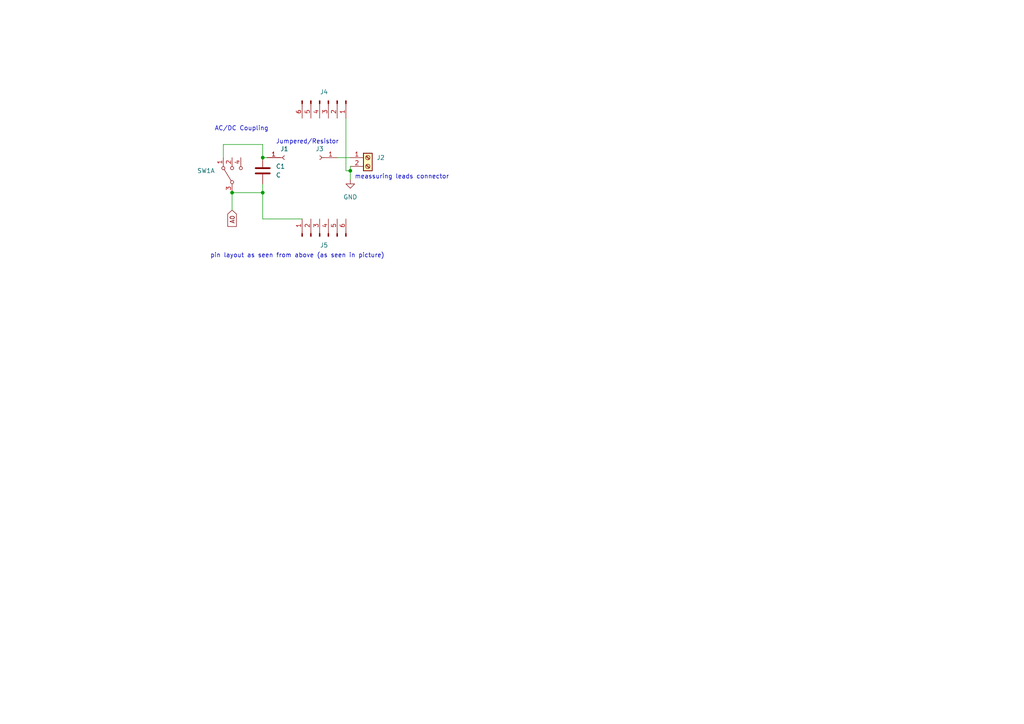
<source format=kicad_sch>
(kicad_sch (version 20230121) (generator eeschema)

  (uuid 4c67947b-0321-44b8-8186-52866de84070)

  (paper "A4")

  (lib_symbols
    (symbol "Connector:Conn_01x01_Socket" (pin_names (offset 1.016) hide) (in_bom yes) (on_board yes)
      (property "Reference" "J" (at 0 2.54 0)
        (effects (font (size 1.27 1.27)))
      )
      (property "Value" "Conn_01x01_Socket" (at 0 -2.54 0)
        (effects (font (size 1.27 1.27)))
      )
      (property "Footprint" "" (at 0 0 0)
        (effects (font (size 1.27 1.27)) hide)
      )
      (property "Datasheet" "~" (at 0 0 0)
        (effects (font (size 1.27 1.27)) hide)
      )
      (property "ki_locked" "" (at 0 0 0)
        (effects (font (size 1.27 1.27)))
      )
      (property "ki_keywords" "connector" (at 0 0 0)
        (effects (font (size 1.27 1.27)) hide)
      )
      (property "ki_description" "Generic connector, single row, 01x01, script generated" (at 0 0 0)
        (effects (font (size 1.27 1.27)) hide)
      )
      (property "ki_fp_filters" "Connector*:*_1x??_*" (at 0 0 0)
        (effects (font (size 1.27 1.27)) hide)
      )
      (symbol "Conn_01x01_Socket_1_1"
        (polyline
          (pts
            (xy -1.27 0)
            (xy -0.508 0)
          )
          (stroke (width 0.1524) (type default))
          (fill (type none))
        )
        (arc (start 0 0.508) (mid -0.5058 0) (end 0 -0.508)
          (stroke (width 0.1524) (type default))
          (fill (type none))
        )
        (pin passive line (at -5.08 0 0) (length 3.81)
          (name "Pin_1" (effects (font (size 1.27 1.27))))
          (number "1" (effects (font (size 1.27 1.27))))
        )
      )
    )
    (symbol "Connector:Conn_01x06_Pin" (pin_names (offset 1.016) hide) (in_bom yes) (on_board yes)
      (property "Reference" "J" (at 0 7.62 0)
        (effects (font (size 1.27 1.27)))
      )
      (property "Value" "Conn_01x06_Pin" (at 0 -10.16 0)
        (effects (font (size 1.27 1.27)))
      )
      (property "Footprint" "" (at 0 0 0)
        (effects (font (size 1.27 1.27)) hide)
      )
      (property "Datasheet" "~" (at 0 0 0)
        (effects (font (size 1.27 1.27)) hide)
      )
      (property "ki_locked" "" (at 0 0 0)
        (effects (font (size 1.27 1.27)))
      )
      (property "ki_keywords" "connector" (at 0 0 0)
        (effects (font (size 1.27 1.27)) hide)
      )
      (property "ki_description" "Generic connector, single row, 01x06, script generated" (at 0 0 0)
        (effects (font (size 1.27 1.27)) hide)
      )
      (property "ki_fp_filters" "Connector*:*_1x??_*" (at 0 0 0)
        (effects (font (size 1.27 1.27)) hide)
      )
      (symbol "Conn_01x06_Pin_1_1"
        (polyline
          (pts
            (xy 1.27 -7.62)
            (xy 0.8636 -7.62)
          )
          (stroke (width 0.1524) (type default))
          (fill (type none))
        )
        (polyline
          (pts
            (xy 1.27 -5.08)
            (xy 0.8636 -5.08)
          )
          (stroke (width 0.1524) (type default))
          (fill (type none))
        )
        (polyline
          (pts
            (xy 1.27 -2.54)
            (xy 0.8636 -2.54)
          )
          (stroke (width 0.1524) (type default))
          (fill (type none))
        )
        (polyline
          (pts
            (xy 1.27 0)
            (xy 0.8636 0)
          )
          (stroke (width 0.1524) (type default))
          (fill (type none))
        )
        (polyline
          (pts
            (xy 1.27 2.54)
            (xy 0.8636 2.54)
          )
          (stroke (width 0.1524) (type default))
          (fill (type none))
        )
        (polyline
          (pts
            (xy 1.27 5.08)
            (xy 0.8636 5.08)
          )
          (stroke (width 0.1524) (type default))
          (fill (type none))
        )
        (rectangle (start 0.8636 -7.493) (end 0 -7.747)
          (stroke (width 0.1524) (type default))
          (fill (type outline))
        )
        (rectangle (start 0.8636 -4.953) (end 0 -5.207)
          (stroke (width 0.1524) (type default))
          (fill (type outline))
        )
        (rectangle (start 0.8636 -2.413) (end 0 -2.667)
          (stroke (width 0.1524) (type default))
          (fill (type outline))
        )
        (rectangle (start 0.8636 0.127) (end 0 -0.127)
          (stroke (width 0.1524) (type default))
          (fill (type outline))
        )
        (rectangle (start 0.8636 2.667) (end 0 2.413)
          (stroke (width 0.1524) (type default))
          (fill (type outline))
        )
        (rectangle (start 0.8636 5.207) (end 0 4.953)
          (stroke (width 0.1524) (type default))
          (fill (type outline))
        )
        (pin passive line (at 5.08 5.08 180) (length 3.81)
          (name "Pin_1" (effects (font (size 1.27 1.27))))
          (number "1" (effects (font (size 1.27 1.27))))
        )
        (pin passive line (at 5.08 2.54 180) (length 3.81)
          (name "Pin_2" (effects (font (size 1.27 1.27))))
          (number "2" (effects (font (size 1.27 1.27))))
        )
        (pin passive line (at 5.08 0 180) (length 3.81)
          (name "Pin_3" (effects (font (size 1.27 1.27))))
          (number "3" (effects (font (size 1.27 1.27))))
        )
        (pin passive line (at 5.08 -2.54 180) (length 3.81)
          (name "Pin_4" (effects (font (size 1.27 1.27))))
          (number "4" (effects (font (size 1.27 1.27))))
        )
        (pin passive line (at 5.08 -5.08 180) (length 3.81)
          (name "Pin_5" (effects (font (size 1.27 1.27))))
          (number "5" (effects (font (size 1.27 1.27))))
        )
        (pin passive line (at 5.08 -7.62 180) (length 3.81)
          (name "Pin_6" (effects (font (size 1.27 1.27))))
          (number "6" (effects (font (size 1.27 1.27))))
        )
      )
    )
    (symbol "Connector:Screw_Terminal_01x02" (pin_names (offset 1.016) hide) (in_bom yes) (on_board yes)
      (property "Reference" "J" (at 0 2.54 0)
        (effects (font (size 1.27 1.27)))
      )
      (property "Value" "Screw_Terminal_01x02" (at 0 -5.08 0)
        (effects (font (size 1.27 1.27)))
      )
      (property "Footprint" "" (at 0 0 0)
        (effects (font (size 1.27 1.27)) hide)
      )
      (property "Datasheet" "~" (at 0 0 0)
        (effects (font (size 1.27 1.27)) hide)
      )
      (property "ki_keywords" "screw terminal" (at 0 0 0)
        (effects (font (size 1.27 1.27)) hide)
      )
      (property "ki_description" "Generic screw terminal, single row, 01x02, script generated (kicad-library-utils/schlib/autogen/connector/)" (at 0 0 0)
        (effects (font (size 1.27 1.27)) hide)
      )
      (property "ki_fp_filters" "TerminalBlock*:*" (at 0 0 0)
        (effects (font (size 1.27 1.27)) hide)
      )
      (symbol "Screw_Terminal_01x02_1_1"
        (rectangle (start -1.27 1.27) (end 1.27 -3.81)
          (stroke (width 0.254) (type default))
          (fill (type background))
        )
        (circle (center 0 -2.54) (radius 0.635)
          (stroke (width 0.1524) (type default))
          (fill (type none))
        )
        (polyline
          (pts
            (xy -0.5334 -2.2098)
            (xy 0.3302 -3.048)
          )
          (stroke (width 0.1524) (type default))
          (fill (type none))
        )
        (polyline
          (pts
            (xy -0.5334 0.3302)
            (xy 0.3302 -0.508)
          )
          (stroke (width 0.1524) (type default))
          (fill (type none))
        )
        (polyline
          (pts
            (xy -0.3556 -2.032)
            (xy 0.508 -2.8702)
          )
          (stroke (width 0.1524) (type default))
          (fill (type none))
        )
        (polyline
          (pts
            (xy -0.3556 0.508)
            (xy 0.508 -0.3302)
          )
          (stroke (width 0.1524) (type default))
          (fill (type none))
        )
        (circle (center 0 0) (radius 0.635)
          (stroke (width 0.1524) (type default))
          (fill (type none))
        )
        (pin passive line (at -5.08 0 0) (length 3.81)
          (name "Pin_1" (effects (font (size 1.27 1.27))))
          (number "1" (effects (font (size 1.27 1.27))))
        )
        (pin passive line (at -5.08 -2.54 0) (length 3.81)
          (name "Pin_2" (effects (font (size 1.27 1.27))))
          (number "2" (effects (font (size 1.27 1.27))))
        )
      )
    )
    (symbol "Device:C" (pin_numbers hide) (pin_names (offset 0.254)) (in_bom yes) (on_board yes)
      (property "Reference" "C" (at 0.635 2.54 0)
        (effects (font (size 1.27 1.27)) (justify left))
      )
      (property "Value" "C" (at 0.635 -2.54 0)
        (effects (font (size 1.27 1.27)) (justify left))
      )
      (property "Footprint" "" (at 0.9652 -3.81 0)
        (effects (font (size 1.27 1.27)) hide)
      )
      (property "Datasheet" "~" (at 0 0 0)
        (effects (font (size 1.27 1.27)) hide)
      )
      (property "ki_keywords" "cap capacitor" (at 0 0 0)
        (effects (font (size 1.27 1.27)) hide)
      )
      (property "ki_description" "Unpolarized capacitor" (at 0 0 0)
        (effects (font (size 1.27 1.27)) hide)
      )
      (property "ki_fp_filters" "C_*" (at 0 0 0)
        (effects (font (size 1.27 1.27)) hide)
      )
      (symbol "C_0_1"
        (polyline
          (pts
            (xy -2.032 -0.762)
            (xy 2.032 -0.762)
          )
          (stroke (width 0.508) (type default))
          (fill (type none))
        )
        (polyline
          (pts
            (xy -2.032 0.762)
            (xy 2.032 0.762)
          )
          (stroke (width 0.508) (type default))
          (fill (type none))
        )
      )
      (symbol "C_1_1"
        (pin passive line (at 0 3.81 270) (length 2.794)
          (name "~" (effects (font (size 1.27 1.27))))
          (number "1" (effects (font (size 1.27 1.27))))
        )
        (pin passive line (at 0 -3.81 90) (length 2.794)
          (name "~" (effects (font (size 1.27 1.27))))
          (number "2" (effects (font (size 1.27 1.27))))
        )
      )
    )
    (symbol "Switch:SW_DP3T" (pin_names (offset 0) hide) (in_bom yes) (on_board yes)
      (property "Reference" "SW" (at 0 5.08 0)
        (effects (font (size 1.27 1.27)))
      )
      (property "Value" "SW_DP3T" (at 0 -5.08 0)
        (effects (font (size 1.27 1.27)))
      )
      (property "Footprint" "" (at -15.875 4.445 0)
        (effects (font (size 1.27 1.27)) hide)
      )
      (property "Datasheet" "~" (at -15.875 4.445 0)
        (effects (font (size 1.27 1.27)) hide)
      )
      (property "ki_keywords" "switch dp3t ON-ON-ON" (at 0 0 0)
        (effects (font (size 1.27 1.27)) hide)
      )
      (property "ki_description" "Switch, three position, dual pole triple throw, 3 position switch, SP3T" (at 0 0 0)
        (effects (font (size 1.27 1.27)) hide)
      )
      (property "ki_fp_filters" "SW* DP3T*" (at 0 0 0)
        (effects (font (size 1.27 1.27)) hide)
      )
      (symbol "SW_DP3T_0_1"
        (circle (center -2.032 0) (radius 0.4572)
          (stroke (width 0) (type default))
          (fill (type none))
        )
        (polyline
          (pts
            (xy -1.651 0.254)
            (xy 1.651 2.286)
          )
          (stroke (width 0) (type default))
          (fill (type none))
        )
        (circle (center 2.032 -2.54) (radius 0.4572)
          (stroke (width 0) (type default))
          (fill (type none))
        )
        (circle (center 2.032 0) (radius 0.4572)
          (stroke (width 0) (type default))
          (fill (type none))
        )
        (circle (center 2.032 2.54) (radius 0.4572)
          (stroke (width 0) (type default))
          (fill (type none))
        )
      )
      (symbol "SW_DP3T_1_1"
        (pin passive line (at 5.08 2.54 180) (length 2.54)
          (name "1" (effects (font (size 1.27 1.27))))
          (number "1" (effects (font (size 1.27 1.27))))
        )
        (pin passive line (at 5.08 0 180) (length 2.54)
          (name "2" (effects (font (size 1.27 1.27))))
          (number "2" (effects (font (size 1.27 1.27))))
        )
        (pin passive line (at -5.08 0 0) (length 2.54)
          (name "3" (effects (font (size 1.27 1.27))))
          (number "3" (effects (font (size 1.27 1.27))))
        )
        (pin passive line (at 5.08 -2.54 180) (length 2.54)
          (name "4" (effects (font (size 1.27 1.27))))
          (number "4" (effects (font (size 1.27 1.27))))
        )
      )
      (symbol "SW_DP3T_2_1"
        (pin passive line (at 5.08 2.54 180) (length 2.54)
          (name "5" (effects (font (size 1.27 1.27))))
          (number "5" (effects (font (size 1.27 1.27))))
        )
        (pin passive line (at 5.08 0 180) (length 2.54)
          (name "6" (effects (font (size 1.27 1.27))))
          (number "6" (effects (font (size 1.27 1.27))))
        )
        (pin passive line (at -5.08 0 0) (length 2.54)
          (name "7" (effects (font (size 1.27 1.27))))
          (number "7" (effects (font (size 1.27 1.27))))
        )
        (pin passive line (at 5.08 -2.54 180) (length 2.54)
          (name "8" (effects (font (size 1.27 1.27))))
          (number "8" (effects (font (size 1.27 1.27))))
        )
      )
    )
    (symbol "power:GND" (power) (pin_names (offset 0)) (in_bom yes) (on_board yes)
      (property "Reference" "#PWR" (at 0 -6.35 0)
        (effects (font (size 1.27 1.27)) hide)
      )
      (property "Value" "GND" (at 0 -3.81 0)
        (effects (font (size 1.27 1.27)))
      )
      (property "Footprint" "" (at 0 0 0)
        (effects (font (size 1.27 1.27)) hide)
      )
      (property "Datasheet" "" (at 0 0 0)
        (effects (font (size 1.27 1.27)) hide)
      )
      (property "ki_keywords" "global power" (at 0 0 0)
        (effects (font (size 1.27 1.27)) hide)
      )
      (property "ki_description" "Power symbol creates a global label with name \"GND\" , ground" (at 0 0 0)
        (effects (font (size 1.27 1.27)) hide)
      )
      (symbol "GND_0_1"
        (polyline
          (pts
            (xy 0 0)
            (xy 0 -1.27)
            (xy 1.27 -1.27)
            (xy 0 -2.54)
            (xy -1.27 -1.27)
            (xy 0 -1.27)
          )
          (stroke (width 0) (type default))
          (fill (type none))
        )
      )
      (symbol "GND_1_1"
        (pin power_in line (at 0 0 270) (length 0) hide
          (name "GND" (effects (font (size 1.27 1.27))))
          (number "1" (effects (font (size 1.27 1.27))))
        )
      )
    )
  )

  (junction (at 67.31 55.88) (diameter 0) (color 0 0 0 0)
    (uuid 1581f05d-13c7-4fa8-8fd3-913ed4e67ab4)
  )
  (junction (at 101.6 49.53) (diameter 0) (color 0 0 0 0)
    (uuid 4425aad8-3424-4344-8492-15f9f6070784)
  )
  (junction (at 76.2 55.88) (diameter 0) (color 0 0 0 0)
    (uuid 5be20666-6be2-43f7-a4a6-e6b43a71c272)
  )
  (junction (at 76.2 45.72) (diameter 0) (color 0 0 0 0)
    (uuid ea6a33ca-7329-4aff-8f76-fe3a6e64c3f4)
  )

  (wire (pts (xy 101.6 49.53) (xy 101.6 52.07))
    (stroke (width 0) (type default))
    (uuid 128eb953-8e75-46aa-aabd-bc04821b1dbd)
  )
  (wire (pts (xy 64.77 45.72) (xy 64.77 41.91))
    (stroke (width 0) (type default))
    (uuid 1412073e-c29c-4189-bfed-de1981e55d4c)
  )
  (wire (pts (xy 64.77 41.91) (xy 76.2 41.91))
    (stroke (width 0) (type default))
    (uuid 14bb32be-1475-4cb0-be34-a4f3b423afa4)
  )
  (wire (pts (xy 97.79 45.72) (xy 101.6 45.72))
    (stroke (width 0) (type default))
    (uuid 3b002180-22bf-4082-ae3a-0483903fd7e0)
  )
  (wire (pts (xy 100.33 49.53) (xy 101.6 49.53))
    (stroke (width 0) (type default))
    (uuid 3e315b27-1402-4fe8-b018-ea290cff4f6d)
  )
  (wire (pts (xy 67.31 55.88) (xy 67.31 60.96))
    (stroke (width 0) (type default))
    (uuid 42ed43e2-9ab3-4cd9-bb21-db51cf966857)
  )
  (wire (pts (xy 76.2 45.72) (xy 77.47 45.72))
    (stroke (width 0) (type default))
    (uuid 6e00268f-b373-484c-b673-3ec6263b955b)
  )
  (wire (pts (xy 100.33 34.29) (xy 100.33 49.53))
    (stroke (width 0) (type default))
    (uuid 8e13ab4e-7e6d-4f13-ab99-8d3b75fbf0bc)
  )
  (wire (pts (xy 76.2 63.5) (xy 76.2 55.88))
    (stroke (width 0) (type default))
    (uuid 8ed3a357-9a31-4b87-ad1c-bf7065534289)
  )
  (wire (pts (xy 76.2 41.91) (xy 76.2 45.72))
    (stroke (width 0) (type default))
    (uuid ace17943-3657-4080-b6eb-90b0439e519d)
  )
  (wire (pts (xy 67.31 55.88) (xy 76.2 55.88))
    (stroke (width 0) (type default))
    (uuid b5703b9d-c715-4d09-9285-174bc4c6ae04)
  )
  (wire (pts (xy 101.6 48.26) (xy 101.6 49.53))
    (stroke (width 0) (type default))
    (uuid d076b53f-3b82-45c6-a0f2-42461928305b)
  )
  (wire (pts (xy 87.63 63.5) (xy 76.2 63.5))
    (stroke (width 0) (type default))
    (uuid dfdcd4d8-915e-4bb0-a1a9-1ceea3b42ef0)
  )
  (wire (pts (xy 76.2 55.88) (xy 76.2 53.34))
    (stroke (width 0) (type default))
    (uuid e5755a4b-f9db-481e-9d42-cdc54e9e9c8e)
  )

  (text "meassuring leads connector" (at 102.87 52.07 0)
    (effects (font (size 1.27 1.27)) (justify left bottom))
    (uuid 5c7e75d2-651c-4179-9916-f4a48c3b6a8e)
  )
  (text "Jumpered/Resistor" (at 80.01 41.91 0)
    (effects (font (size 1.27 1.27)) (justify left bottom))
    (uuid 8ae444bd-1d55-4643-894a-a5d1ed24f8fe)
  )
  (text "pin layout as seen from above (as seen in picture)"
    (at 60.96 74.93 0)
    (effects (font (size 1.27 1.27)) (justify left bottom))
    (uuid b9a1b742-c5e7-4f0b-895b-5222263256b6)
  )
  (text "AC/DC Coupling" (at 62.23 38.1 0)
    (effects (font (size 1.27 1.27)) (justify left bottom))
    (uuid dac8ed76-5483-4719-873a-5c5342a479db)
  )

  (global_label "A0" (shape input) (at 67.31 60.96 270) (fields_autoplaced)
    (effects (font (size 1.27 1.27)) (justify right))
    (uuid f37cca2a-3202-4248-ae52-6f622e51b376)
    (property "Intersheetrefs" "${INTERSHEET_REFS}" (at 67.31 66.2433 90)
      (effects (font (size 1.27 1.27)) (justify right) hide)
    )
  )

  (symbol (lib_id "Switch:SW_DP3T") (at 67.31 50.8 90) (unit 1)
    (in_bom yes) (on_board yes) (dnp no)
    (uuid 30ad2b60-4ef1-4d95-8765-59925bbc5e0c)
    (property "Reference" "SW1" (at 57.15 49.53 90)
      (effects (font (size 1.27 1.27)) (justify right))
    )
    (property "Value" "SW_DP3T" (at 71.12 52.07 90)
      (effects (font (size 1.27 1.27)) (justify right) hide)
    )
    (property "Footprint" "" (at 62.865 66.675 0)
      (effects (font (size 1.27 1.27)) hide)
    )
    (property "Datasheet" "~" (at 62.865 66.675 0)
      (effects (font (size 1.27 1.27)) hide)
    )
    (pin "1" (uuid 35f5cd99-958b-427d-a6c6-f1c8d9bfb2cc))
    (pin "2" (uuid 0c8e8b38-2731-451a-84be-01ac02577e0f))
    (pin "3" (uuid eed6e3cc-752b-4d80-877d-8141391f34d4))
    (pin "4" (uuid 9b896b97-4dbc-426a-9d65-a479c597e62e))
    (pin "5" (uuid 3a0a5817-e7f9-407f-83c0-45e91f961e95))
    (pin "6" (uuid f45177b7-fc2c-4b12-bb00-12faa4cc1804))
    (pin "7" (uuid 52f9952c-8ccc-41a8-a4a1-5ab93b952b6d))
    (pin "8" (uuid abf7cdd7-cec2-4274-9d87-dbc51c76e941))
    (instances
      (project "wemos_shield"
        (path "/4c67947b-0321-44b8-8186-52866de84070"
          (reference "SW1") (unit 1)
        )
      )
    )
  )

  (symbol (lib_id "Connector:Conn_01x06_Pin") (at 92.71 68.58 90) (unit 1)
    (in_bom yes) (on_board yes) (dnp no) (fields_autoplaced)
    (uuid 342209d5-b2eb-46d5-8c16-47f1c6b73aa0)
    (property "Reference" "J5" (at 93.98 71.12 90)
      (effects (font (size 1.27 1.27)))
    )
    (property "Value" "Conn_01x06_Pin" (at 93.98 73.66 90)
      (effects (font (size 1.27 1.27)) hide)
    )
    (property "Footprint" "" (at 92.71 68.58 0)
      (effects (font (size 1.27 1.27)) hide)
    )
    (property "Datasheet" "~" (at 92.71 68.58 0)
      (effects (font (size 1.27 1.27)) hide)
    )
    (pin "1" (uuid 74104689-8cdd-477f-b329-d80100866a4c))
    (pin "2" (uuid ff259d13-92ec-4179-b9be-dc6d8ec4503f))
    (pin "3" (uuid b3a388d1-b9b2-4e8c-8e3d-e76857088540))
    (pin "4" (uuid 42d4a9c5-24c7-4555-885e-c53dedb10abf))
    (pin "5" (uuid 51bdffac-8e6e-481b-b9b9-6ebf88e4f4d1))
    (pin "6" (uuid 7ed078aa-fb34-48a8-924f-34c634fcd0b5))
    (instances
      (project "wemos_shield"
        (path "/4c67947b-0321-44b8-8186-52866de84070"
          (reference "J5") (unit 1)
        )
      )
    )
  )

  (symbol (lib_id "Connector:Screw_Terminal_01x02") (at 106.68 45.72 0) (unit 1)
    (in_bom yes) (on_board yes) (dnp no) (fields_autoplaced)
    (uuid 4337c5de-8887-4b9e-96cd-3a879cc5709b)
    (property "Reference" "J2" (at 109.22 45.72 0)
      (effects (font (size 1.27 1.27)) (justify left))
    )
    (property "Value" "Screw_Terminal_01x02" (at 109.22 48.26 0)
      (effects (font (size 1.27 1.27)) (justify left) hide)
    )
    (property "Footprint" "" (at 106.68 45.72 0)
      (effects (font (size 1.27 1.27)) hide)
    )
    (property "Datasheet" "~" (at 106.68 45.72 0)
      (effects (font (size 1.27 1.27)) hide)
    )
    (pin "1" (uuid cdad7011-e6ae-4f02-ad70-2b33a4fcd16e))
    (pin "2" (uuid b822ecc4-df11-45de-842e-f339219f278e))
    (instances
      (project "wemos_shield"
        (path "/4c67947b-0321-44b8-8186-52866de84070"
          (reference "J2") (unit 1)
        )
      )
    )
  )

  (symbol (lib_id "Connector:Conn_01x01_Socket") (at 92.71 45.72 180) (unit 1)
    (in_bom yes) (on_board yes) (dnp no)
    (uuid 9086f77e-cb65-4c41-ad4d-57c27aa1e071)
    (property "Reference" "J3" (at 92.71 43.18 0)
      (effects (font (size 1.27 1.27)))
    )
    (property "Value" "Conn_01x01_Socket" (at 93.345 43.18 0)
      (effects (font (size 1.27 1.27)) hide)
    )
    (property "Footprint" "" (at 92.71 45.72 0)
      (effects (font (size 1.27 1.27)) hide)
    )
    (property "Datasheet" "~" (at 92.71 45.72 0)
      (effects (font (size 1.27 1.27)) hide)
    )
    (pin "1" (uuid 4699c4a2-319a-4ba7-8ef6-5e3e03f5ae91))
    (instances
      (project "wemos_shield"
        (path "/4c67947b-0321-44b8-8186-52866de84070"
          (reference "J3") (unit 1)
        )
      )
    )
  )

  (symbol (lib_id "Device:C") (at 76.2 49.53 0) (unit 1)
    (in_bom yes) (on_board yes) (dnp no) (fields_autoplaced)
    (uuid 92fade08-d0eb-4be3-a3a0-350a111fd884)
    (property "Reference" "C1" (at 80.01 48.26 0)
      (effects (font (size 1.27 1.27)) (justify left))
    )
    (property "Value" "C" (at 80.01 50.8 0)
      (effects (font (size 1.27 1.27)) (justify left))
    )
    (property "Footprint" "" (at 77.1652 53.34 0)
      (effects (font (size 1.27 1.27)) hide)
    )
    (property "Datasheet" "~" (at 76.2 49.53 0)
      (effects (font (size 1.27 1.27)) hide)
    )
    (pin "1" (uuid 630052d7-877d-4f8a-a342-89f4bff46062))
    (pin "2" (uuid c213613c-3e8b-4c26-8157-3d16fb396566))
    (instances
      (project "wemos_shield"
        (path "/4c67947b-0321-44b8-8186-52866de84070"
          (reference "C1") (unit 1)
        )
      )
    )
  )

  (symbol (lib_id "Connector:Conn_01x06_Pin") (at 95.25 29.21 270) (unit 1)
    (in_bom yes) (on_board yes) (dnp no)
    (uuid b5e76954-f8aa-4ebb-8613-b14e30cbefb4)
    (property "Reference" "J4" (at 93.98 26.67 90)
      (effects (font (size 1.27 1.27)))
    )
    (property "Value" "Conn_01x06_Pin" (at 93.98 26.67 90)
      (effects (font (size 1.27 1.27)) hide)
    )
    (property "Footprint" "" (at 95.25 29.21 0)
      (effects (font (size 1.27 1.27)) hide)
    )
    (property "Datasheet" "~" (at 95.25 29.21 0)
      (effects (font (size 1.27 1.27)) hide)
    )
    (pin "1" (uuid 24a1711e-1692-44f8-a240-6ec90a67e1af))
    (pin "2" (uuid 7288fc71-39a0-4b45-9e09-4f5c36635411))
    (pin "3" (uuid ac9a117d-a01c-4e74-8f06-910382ea949b))
    (pin "4" (uuid 15448b7e-2eeb-4ec9-af1e-5e6e5566c782))
    (pin "5" (uuid 2f49ae10-ee70-4886-acaa-90ac71f5f685))
    (pin "6" (uuid 00bd17a6-a000-468c-9e8c-2e605f17d122))
    (instances
      (project "wemos_shield"
        (path "/4c67947b-0321-44b8-8186-52866de84070"
          (reference "J4") (unit 1)
        )
      )
    )
  )

  (symbol (lib_id "Connector:Conn_01x01_Socket") (at 82.55 45.72 0) (unit 1)
    (in_bom yes) (on_board yes) (dnp no)
    (uuid dfe6c775-f085-472d-8c65-653a358ee5c5)
    (property "Reference" "J1" (at 81.28 43.18 0)
      (effects (font (size 1.27 1.27)) (justify left))
    )
    (property "Value" "Conn_01x01_Socket" (at 83.82 46.99 0)
      (effects (font (size 1.27 1.27)) (justify left) hide)
    )
    (property "Footprint" "" (at 82.55 45.72 0)
      (effects (font (size 1.27 1.27)) hide)
    )
    (property "Datasheet" "~" (at 82.55 45.72 0)
      (effects (font (size 1.27 1.27)) hide)
    )
    (pin "1" (uuid 30b6e3ec-f515-447b-8659-9715586dd8e1))
    (instances
      (project "wemos_shield"
        (path "/4c67947b-0321-44b8-8186-52866de84070"
          (reference "J1") (unit 1)
        )
      )
    )
  )

  (symbol (lib_id "power:GND") (at 101.6 52.07 0) (unit 1)
    (in_bom yes) (on_board yes) (dnp no) (fields_autoplaced)
    (uuid ec217139-2926-4adc-b304-32714d6a808d)
    (property "Reference" "#PWR01" (at 101.6 58.42 0)
      (effects (font (size 1.27 1.27)) hide)
    )
    (property "Value" "GND" (at 101.6 57.15 0)
      (effects (font (size 1.27 1.27)))
    )
    (property "Footprint" "" (at 101.6 52.07 0)
      (effects (font (size 1.27 1.27)) hide)
    )
    (property "Datasheet" "" (at 101.6 52.07 0)
      (effects (font (size 1.27 1.27)) hide)
    )
    (pin "1" (uuid 8d5a4a20-a5a9-489a-bfcd-e8819d0332b4))
    (instances
      (project "wemos_shield"
        (path "/4c67947b-0321-44b8-8186-52866de84070"
          (reference "#PWR01") (unit 1)
        )
      )
    )
  )

  (sheet_instances
    (path "/" (page "1"))
  )
)

</source>
